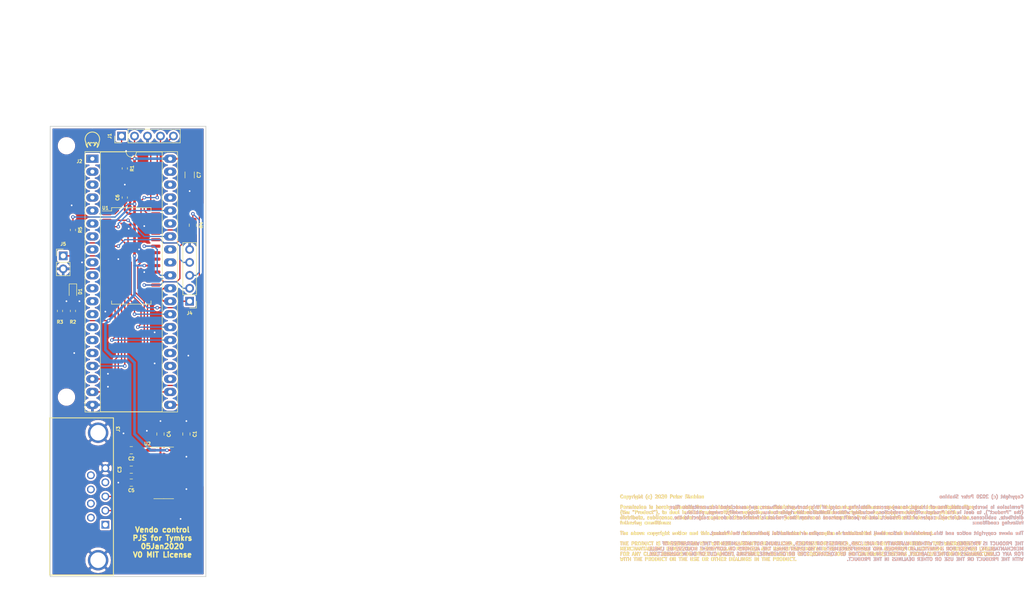
<source format=kicad_pcb>
(kicad_pcb (version 20171130) (host pcbnew "(5.1.5)-3")
  (title_block (title "Vendo control") (date 2020-01-05) (rev V0) (company Tymkrs))
  (layers (0 F.Cu signal) (31 B.Cu signal) (34 B.Paste user) (35 F.Paste user) (36 B.SilkS user) (37 F.SilkS user) (38 B.Mask user) (39 F.Mask user) (44 Edge.Cuts user))
  (net 0 "")
  (net 1 +5V)
  (net 2 GND)
  (net 3 "Net-(C2-Pad2)")
  (net 4 "Net-(C2-Pad1)")
  (net 5 "Net-(C3-Pad2)")
  (net 6 "Net-(C3-Pad1)")
  (net 7 "Net-(C4-Pad2)")
  (net 8 "Net-(C5-Pad2)")
  (net 9 "Net-(D1-Pad2)")
  (net 10 "Net-(D1-Pad1)")
  (net 11 "Net-(J1-Pad5)")
  (net 12 "Net-(J1-Pad4)")
  (net 13 "Net-(J1-Pad1)")
  (net 14 "Net-(J2-Pad39)")
  (net 15 Motor_CLK)
  (net 16 "Net-(J2-Pad38)")
  (net 17 Display_Motor_MOSI)
  (net 18 "Net-(J2-Pad37)")
  (net 19 Motor_OE)
  (net 20 Current_high)
  (net 21 "Net-(J2-Pad16)")
  (net 22 "Net-(J2-Pad35)")
  (net 23 "Net-(J2-Pad15)")
  (net 24 Current_low)
  (net 25 "Net-(J2-Pad14)")
  (net 26 "Net-(J2-Pad33)")
  (net 27 "Net-(J2-Pad13)")
  (net 28 "Net-(J2-Pad32)")
  (net 29 "Net-(J2-Pad12)")
  (net 30 Keypad_MISO)
  (net 31 "Net-(J2-Pad11)")
  (net 32 Dollar_mech_out)
  (net 33 "Net-(J2-Pad10)")
  (net 34 Dollar_mech_in)
  (net 35 "Net-(J2-Pad9)")
  (net 36 Motor_O2)
  (net 37 "Net-(J2-Pad8)")
  (net 38 Motor_O1)
  (net 39 "Net-(J2-Pad7)")
  (net 40 Display_CLK)
  (net 41 "Net-(J2-Pad6)")
  (net 42 "Net-(J2-Pad25)")
  (net 43 "Net-(J2-Pad5)")
  (net 44 "Net-(J2-Pad24)")
  (net 45 "Net-(J2-Pad4)")
  (net 46 "Net-(J2-Pad23)")
  (net 47 "Net-(J2-Pad3)")
  (net 48 Keypad_CS)
  (net 49 "Net-(J2-Pad2)")
  (net 50 Keypad_CLK)
  (net 51 "Net-(J2-Pad1)")
  (net 52 "Net-(J3-Pad1)")
  (net 53 "Net-(J3-Pad2)")
  (net 54 "Net-(J3-Pad3)")
  (net 55 "Net-(J3-Pad4)")
  (net 56 "Net-(J3-Pad6)")
  (net 57 "Net-(J3-Pad7)")
  (net 58 "Net-(J3-Pad8)")
  (net 59 "Net-(J3-Pad9)")
  (net 60 Drawer_switch)
  (net 61 IR_out)
  (net 62 IR_in)
  (net 63 PLC_solved)
  (net 64 "Net-(U1-Pad26)")
  (net 65 RX)
  (net 66 TX)
  (net 67 "Net-(U1-Pad10)")
  (net 68 "Net-(U2-Pad13)")
  (net 69 "Net-(U2-Pad12)")
  (net 70 "Net-(R4-Pad2)")
  (module Resistor_SMD:R_0603_1608Metric (layer F.Cu) (at 97.79 115.57 270)
    (fp_text reference R5 (at 0 -1.43 90) (layer F.SilkS) (effects (font (size 0.635 0.635))))
    (fp_text value 1k)
    (pad 2 smd roundrect (at 0.7875 0 270) (size 0.875 0.95) (layers F.Cu F.Paste F.Mask) (net 60 Drawer_switch))
    (pad 1 smd roundrect (at -0.7875 0 270) (size 0.875 0.95) (layers F.Cu F.Paste F.Mask) (net 1 +5V))
  )
  (module Resistor_SMD:R_0805_2012Metric (layer F.Cu) (at 121.285 114.632499 270)
    (fp_text reference R4 (at 0 -1.65 90) (layer F.SilkS) (effects (font (size 0.635 0.635))))
    (fp_text value "27 Ohn")
    (pad 2 smd roundrect (at 0.9375 0 270) (size 0.975 1.4) (layers F.Cu F.Paste F.Mask) (net 70 "Net-(R4-Pad2)"))
    (pad 1 smd roundrect (at -0.9375 0 270) (size 0.975 1.4) (layers F.Cu F.Paste F.Mask) (net 61 IR_out))
  )
  (module MountingHole:MountingHole_2.7mm_M2.5 (layer F.Cu) (at 96.52 148.336)
    (fp_text reference REF** hide)
    (fp_text value MountingHole_2.7mm_M2.5)
    (pad 1 np_thru_hole circle (at 0 0) (size 2.7 2.7) (drill 2.7) (layers *.Cu *.Mask))
  )
  (module MountingHole:MountingHole_2.7mm_M2.5 (layer F.Cu) (at 96.52 99.06)
    (fp_text reference REF** hide)
    (fp_text value MountingHole_2.7mm_M2.5)
    (pad 1 np_thru_hole circle (at 0 0) (size 2.7 2.7) (drill 2.7) (layers *.Cu *.Mask))
  )
  (module Capacitor_SMD:C_1206_3216Metric (layer F.Cu) (at 120.65 104.775 270)
    (fp_text reference C7 (at 0 -1.82 90) (layer F.SilkS) (effects (font (size 0.635 0.635))))
    (fp_text value 10uf)
    (pad 2 smd roundrect (at 1.4 0 270) (size 1.25 1.75) (layers F.Cu F.Paste F.Mask) (roundrect_rratio 0.2) (net 2 GND))
    (pad 1 smd roundrect (at -1.4 0 270) (size 1.25 1.75) (layers F.Cu F.Paste F.Mask) (roundrect_rratio 0.2) (net 1 +5V))
  )
  (module Package_SO:SOIC-16_3.9x9.9mm_P1.27mm (layer F.Cu) (at 115.57 163.195)
    (fp_text reference U2 (at -3.175 -5.715) (layer F.SilkS) (effects (font (size 0.635 0.635))))
    (fp_text value MAX232IDR)
    (pad 16 smd roundrect (at 2.475 -4.445) (size 1.95 0.6) (layers F.Cu F.Paste F.Mask) (net 1 +5V))
    (pad 15 smd roundrect (at 2.475 -3.175) (size 1.95 0.6) (layers F.Cu F.Paste F.Mask) (net 2 GND))
    (pad 14 smd roundrect (at 2.475 -1.905) (size 1.95 0.6) (layers F.Cu F.Paste F.Mask) (net 68 "Net-(U2-Pad13)"))
    (pad 13 smd roundrect (at 2.475 -0.635) (size 1.95 0.6) (layers F.Cu F.Paste F.Mask) (net 68 "Net-(U2-Pad13)"))
    (pad 12 smd roundrect (at 2.475 0.635) (size 1.95 0.6) (layers F.Cu F.Paste F.Mask) (net 69 "Net-(U2-Pad12)"))
    (pad 11 smd roundrect (at 2.475 1.905) (size 1.95 0.6) (layers F.Cu F.Paste F.Mask) (net 66 TX))
    (pad 10 smd roundrect (at 2.475 3.175) (size 1.95 0.6) (layers F.Cu F.Paste F.Mask) (net 2 GND))
    (pad 9 smd roundrect (at 2.475 4.445) (size 1.95 0.6) (layers F.Cu F.Paste F.Mask) (net 65 RX))
    (pad 8 smd roundrect (at -2.475 4.445) (size 1.95 0.6) (layers F.Cu F.Paste F.Mask) (net 54 "Net-(J3-Pad3)"))
    (pad 7 smd roundrect (at -2.475 3.175) (size 1.95 0.6) (layers F.Cu F.Paste F.Mask) (net 53 "Net-(J3-Pad2)"))
    (pad 6 smd roundrect (at -2.475 1.905) (size 1.95 0.6) (layers F.Cu F.Paste F.Mask) (net 8 "Net-(C5-Pad2)"))
    (pad 5 smd roundrect (at -2.475 0.635) (size 1.95 0.6) (layers F.Cu F.Paste F.Mask) (net 5 "Net-(C3-Pad2)"))
    (pad 4 smd roundrect (at -2.475 -0.635) (size 1.95 0.6) (layers F.Cu F.Paste F.Mask) (net 6 "Net-(C3-Pad1)"))
    (pad 3 smd roundrect (at -2.475 -1.905) (size 1.95 0.6) (layers F.Cu F.Paste F.Mask) (net 3 "Net-(C2-Pad2)"))
    (pad 2 smd roundrect (at -2.475 -3.175) (size 1.95 0.6) (layers F.Cu F.Paste F.Mask) (net 7 "Net-(C4-Pad2)"))
    (pad 1 smd roundrect (at -2.475 -4.445) (size 1.95 0.6) (layers F.Cu F.Paste F.Mask) (net 4 "Net-(C2-Pad1)"))
  )
  (module Package_SO:SOIC-28W_7.5x18.7mm_P1.27mm (layer F.Cu) (at 109.22 120.65)
    (fp_text reference U1 (at -5.08 -9.398) (layer F.SilkS) (effects (font (size 0.635 0.635))))
    (fp_text value PIC16F15355)
    (pad 28 smd roundrect (at 4.8 -8.255) (size 1.8 0.6) (layers F.Cu F.Paste F.Mask) (net 12 "Net-(J1-Pad4)"))
    (pad 27 smd roundrect (at 4.8 -6.985) (size 1.8 0.6) (layers F.Cu F.Paste F.Mask) (net 11 "Net-(J1-Pad5)"))
    (pad 26 smd roundrect (at 4.8 -5.715) (size 1.8 0.6) (layers F.Cu F.Paste F.Mask) (net 64 "Net-(U1-Pad26)"))
    (pad 25 smd roundrect (at 4.8 -4.445) (size 1.8 0.6) (layers F.Cu F.Paste F.Mask) (net 65 RX))
    (pad 24 smd roundrect (at 4.8 -3.175) (size 1.8 0.6) (layers F.Cu F.Paste F.Mask) (net 66 TX))
    (pad 23 smd roundrect (at 4.8 -1.905) (size 1.8 0.6) (layers F.Cu F.Paste F.Mask) (net 30 Keypad_MISO))
    (pad 22 smd roundrect (at 4.8 -0.635) (size 1.8 0.6) (layers F.Cu F.Paste F.Mask) (net 48 Keypad_CS))
    (pad 21 smd roundrect (at 4.8 0.635) (size 1.8 0.6) (layers F.Cu F.Paste F.Mask) (net 50 Keypad_CLK))
    (pad 20 smd roundrect (at 4.8 1.905) (size 1.8 0.6) (layers F.Cu F.Paste F.Mask) (net 1 +5V))
    (pad 19 smd roundrect (at 4.8 3.175) (size 1.8 0.6) (layers F.Cu F.Paste F.Mask) (net 2 GND))
    (pad 18 smd roundrect (at 4.8 4.445) (size 1.8 0.6) (layers F.Cu F.Paste F.Mask) (net 70 "Net-(R4-Pad2)"))
    (pad 17 smd roundrect (at 4.8 5.715) (size 1.8 0.6) (layers F.Cu F.Paste F.Mask) (net 62 IR_in))
    (pad 16 smd roundrect (at 4.8 6.985) (size 1.8 0.6) (layers F.Cu F.Paste F.Mask) (net 32 Dollar_mech_out))
    (pad 15 smd roundrect (at 4.8 8.255) (size 1.8 0.6) (layers F.Cu F.Paste F.Mask) (net 34 Dollar_mech_in))
    (pad 14 smd roundrect (at -4.8 8.255) (size 1.8 0.6) (layers F.Cu F.Paste F.Mask) (net 40 Display_CLK))
    (pad 13 smd roundrect (at -4.8 6.985) (size 1.8 0.6) (layers F.Cu F.Paste F.Mask) (net 17 Display_Motor_MOSI))
    (pad 12 smd roundrect (at -4.8 5.715) (size 1.8 0.6) (layers F.Cu F.Paste F.Mask) (net 15 Motor_CLK))
    (pad 11 smd roundrect (at -4.8 4.445) (size 1.8 0.6) (layers F.Cu F.Paste F.Mask) (net 19 Motor_OE))
    (pad 10 smd roundrect (at -4.8 3.175) (size 1.8 0.6) (layers F.Cu F.Paste F.Mask) (net 67 "Net-(U1-Pad10)"))
    (pad 9 smd roundrect (at -4.8 1.905) (size 1.8 0.6) (layers F.Cu F.Paste F.Mask) (net 10 "Net-(D1-Pad1)"))
    (pad 8 smd roundrect (at -4.8 0.635) (size 1.8 0.6) (layers F.Cu F.Paste F.Mask) (net 2 GND))
    (pad 7 smd roundrect (at -4.8 -0.635) (size 1.8 0.6) (layers F.Cu F.Paste F.Mask) (net 63 PLC_solved))
    (pad 6 smd roundrect (at -4.8 -1.905) (size 1.8 0.6) (layers F.Cu F.Paste F.Mask) (net 60 Drawer_switch))
    (pad 5 smd roundrect (at -4.8 -3.175) (size 1.8 0.6) (layers F.Cu F.Paste F.Mask) (net 36 Motor_O2))
    (pad 4 smd roundrect (at -4.8 -4.445) (size 1.8 0.6) (layers F.Cu F.Paste F.Mask) (net 38 Motor_O1))
    (pad 3 smd roundrect (at -4.8 -5.715) (size 1.8 0.6) (layers F.Cu F.Paste F.Mask) (net 20 Current_high))
    (pad 2 smd roundrect (at -4.8 -6.985) (size 1.8 0.6) (layers F.Cu F.Paste F.Mask) (net 24 Current_low))
    (pad 1 smd roundrect (at -4.8 -8.255) (size 1.8 0.6) (layers F.Cu F.Paste F.Mask) (net 13 "Net-(J1-Pad1)"))
  )
  (module Resistor_SMD:R_0603_1608Metric (layer F.Cu) (at 95.25 131.445 90)
    (fp_text reference R3 (at -2.159 0 180) (layer F.SilkS) (effects (font (size 0.635 0.635))))
    (fp_text value 1k)
    (pad 2 smd roundrect (at 0.7875 0 90) (size 0.875 0.95) (layers F.Cu F.Paste F.Mask) (net 63 PLC_solved))
    (pad 1 smd roundrect (at -0.7875 0 90) (size 0.875 0.95) (layers F.Cu F.Paste F.Mask) (net 1 +5V))
  )
  (module Resistor_SMD:R_0603_1608Metric (layer F.Cu) (at 97.79 131.445 90)
    (fp_text reference R2 (at -2.159 0 180) (layer F.SilkS) (effects (font (size 0.635 0.635))))
    (fp_text value 1k)
    (pad 2 smd roundrect (at 0.7875 0 90) (size 0.875 0.95) (layers F.Cu F.Paste F.Mask) (net 9 "Net-(D1-Pad2)"))
    (pad 1 smd roundrect (at -0.7875 0 90) (size 0.875 0.95) (layers F.Cu F.Paste F.Mask) (net 1 +5V))
  )
  (module Resistor_SMD:R_0603_1608Metric (layer F.Cu) (at 107.95 103.505 270)
    (fp_text reference R1 (at 0 -1.43 90) (layer F.SilkS) (effects (font (size 0.635 0.635))))
    (fp_text value 100k)
    (pad 2 smd roundrect (at 0.7875 0 270) (size 0.875 0.95) (layers F.Cu F.Paste F.Mask) (net 13 "Net-(J1-Pad1)"))
    (pad 1 smd roundrect (at -0.7875 0 270) (size 0.875 0.95) (layers F.Cu F.Paste F.Mask) (net 1 +5V))
  )
  (module Connector_PinHeader_2.54mm:PinHeader_1x02_P2.54mm_Vertical (layer F.Cu) (at 95.885 120.65)
    (fp_text reference J5 (at 0 -2.33) (layer F.SilkS) (effects (font (size 0.635 0.635))))
    (fp_text value PLC)
    (pad 2 thru_hole oval (at 0 2.54) (size 1.7 1.7) (drill 1) (layers *.Cu *.Mask) (net 2 GND))
    (pad 1 thru_hole rect (at 0 0) (size 1.7 1.7) (drill 1) (layers *.Cu *.Mask) (net 63 PLC_solved))
  )
  (module Connector_PinHeader_2.54mm:PinHeader_1x05_P2.54mm_Vertical (layer F.Cu) (at 120.65 129.54 180)
    (fp_text reference J4 (at 0 -2.33) (layer F.SilkS) (effects (font (size 0.635 0.635))))
    (fp_text value Badge_Drawer)
    (pad 5 thru_hole oval (at 0 10.16 180) (size 1.7 1.7) (drill 1) (layers *.Cu *.Mask) (net 2 GND))
    (pad 4 thru_hole oval (at 0 7.62 180) (size 1.7 1.7) (drill 1) (layers *.Cu *.Mask) (net 60 Drawer_switch))
    (pad 3 thru_hole oval (at 0 5.08 180) (size 1.7 1.7) (drill 1) (layers *.Cu *.Mask) (net 61 IR_out))
    (pad 2 thru_hole oval (at 0 2.54 180) (size 1.7 1.7) (drill 1) (layers *.Cu *.Mask) (net 62 IR_in))
    (pad 1 thru_hole rect (at 0 0 180) (size 1.7 1.7) (drill 1) (layers *.Cu *.Mask) (net 1 +5V))
  )
  (module PJS-pth-parts:ASSMANN_dsub-9F_RA_AE10921-ND (layer F.Cu) (at 104.14 173.355 270)
    (fp_text reference J3 (at -18.75 -2.5 90) (layer F.SilkS) (effects (font (size 0.635 0.635))))
    (fp_text value AE10921-ND)
    (pad 1 thru_hole rect (at 0 0 270) (size 1.524 1.524) (drill 1) (layers *.Cu *.Mask) (net 52 "Net-(J3-Pad1)"))
    (pad 2 thru_hole circle (at -2.77 0 270) (size 1.524 1.524) (drill 1) (layers *.Cu *.Mask) (net 53 "Net-(J3-Pad2)"))
    (pad 3 thru_hole circle (at -5.54 0 270) (size 1.524 1.524) (drill 1) (layers *.Cu *.Mask) (net 54 "Net-(J3-Pad3)"))
    (pad 4 thru_hole circle (at -8.31 0 270) (size 1.524 1.524) (drill 1) (layers *.Cu *.Mask) (net 55 "Net-(J3-Pad4)"))
    (pad 5 thru_hole circle (at -11.08 0 270) (size 1.524 1.524) (drill 1) (layers *.Cu *.Mask) (net 2 GND))
    (pad 6 thru_hole circle (at -1.385 2.84 270) (size 1.524 1.524) (drill 1) (layers *.Cu *.Mask) (net 56 "Net-(J3-Pad6)"))
    (pad 7 thru_hole circle (at -4.155 2.84 270) (size 1.524 1.524) (drill 1) (layers *.Cu *.Mask) (net 57 "Net-(J3-Pad7)"))
    (pad 8 thru_hole circle (at -6.925 2.84 270) (size 1.524 1.524) (drill 1) (layers *.Cu *.Mask) (net 58 "Net-(J3-Pad8)"))
    (pad 9 thru_hole circle (at -9.695 2.84 270) (size 1.524 1.524) (drill 1) (layers *.Cu *.Mask) (net 59 "Net-(J3-Pad9)"))
    (pad s thru_hole circle (at 6.955 1.42 270) (size 4 4) (drill 3.05) (layers *.Cu *.Mask) (net 2 GND))
    (pad s thru_hole circle (at -18.035 1.42 270) (size 4 4) (drill 3.05) (layers *.Cu *.Mask) (net 2 GND))
  )
  (module Package_DIP:DIP-40_W15.24mm_Socket_LongPads (layer F.Cu) (at 101.6 101.6)
    (fp_text reference J2 (at -2.54 0.508) (layer F.SilkS) (effects (font (size 0.635 0.635))))
    (fp_text value "Vendo Processor Socket")
    (pad 40 thru_hole oval (at 15.24 0) (size 2.4 1.6) (drill 0.8) (layers *.Cu *.Mask) (net 1 +5V))
    (pad 20 thru_hole oval (at 0 48.26) (size 2.4 1.6) (drill 0.8) (layers *.Cu *.Mask) (net 2 GND))
    (pad 39 thru_hole oval (at 15.24 2.54) (size 2.4 1.6) (drill 0.8) (layers *.Cu *.Mask) (net 14 "Net-(J2-Pad39)"))
    (pad 19 thru_hole oval (at 0 45.72) (size 2.4 1.6) (drill 0.8) (layers *.Cu *.Mask) (net 15 Motor_CLK))
    (pad 38 thru_hole oval (at 15.24 5.08) (size 2.4 1.6) (drill 0.8) (layers *.Cu *.Mask) (net 16 "Net-(J2-Pad38)"))
    (pad 18 thru_hole oval (at 0 43.18) (size 2.4 1.6) (drill 0.8) (layers *.Cu *.Mask) (net 17 Display_Motor_MOSI))
    (pad 37 thru_hole oval (at 15.24 7.62) (size 2.4 1.6) (drill 0.8) (layers *.Cu *.Mask) (net 18 "Net-(J2-Pad37)"))
    (pad 17 thru_hole oval (at 0 40.64) (size 2.4 1.6) (drill 0.8) (layers *.Cu *.Mask) (net 19 Motor_OE))
    (pad 36 thru_hole oval (at 15.24 10.16) (size 2.4 1.6) (drill 0.8) (layers *.Cu *.Mask) (net 20 Current_high))
    (pad 16 thru_hole oval (at 0 38.1) (size 2.4 1.6) (drill 0.8) (layers *.Cu *.Mask) (net 21 "Net-(J2-Pad16)"))
    (pad 35 thru_hole oval (at 15.24 12.7) (size 2.4 1.6) (drill 0.8) (layers *.Cu *.Mask) (net 22 "Net-(J2-Pad35)"))
    (pad 15 thru_hole oval (at 0 35.56) (size 2.4 1.6) (drill 0.8) (layers *.Cu *.Mask) (net 23 "Net-(J2-Pad15)"))
    (pad 34 thru_hole oval (at 15.24 15.24) (size 2.4 1.6) (drill 0.8) (layers *.Cu *.Mask) (net 24 Current_low))
    (pad 14 thru_hole oval (at 0 33.02) (size 2.4 1.6) (drill 0.8) (layers *.Cu *.Mask) (net 25 "Net-(J2-Pad14)"))
    (pad 33 thru_hole oval (at 15.24 17.78) (size 2.4 1.6) (drill 0.8) (layers *.Cu *.Mask) (net 26 "Net-(J2-Pad33)"))
    (pad 13 thru_hole oval (at 0 30.48) (size 2.4 1.6) (drill 0.8) (layers *.Cu *.Mask) (net 27 "Net-(J2-Pad13)"))
    (pad 32 thru_hole oval (at 15.24 20.32) (size 2.4 1.6) (drill 0.8) (layers *.Cu *.Mask) (net 28 "Net-(J2-Pad32)"))
    (pad 12 thru_hole oval (at 0 27.94) (size 2.4 1.6) (drill 0.8) (layers *.Cu *.Mask) (net 29 "Net-(J2-Pad12)"))
    (pad 31 thru_hole oval (at 15.24 22.86) (size 2.4 1.6) (drill 0.8) (layers *.Cu *.Mask) (net 30 Keypad_MISO))
    (pad 11 thru_hole oval (at 0 25.4) (size 2.4 1.6) (drill 0.8) (layers *.Cu *.Mask) (net 31 "Net-(J2-Pad11)"))
    (pad 30 thru_hole oval (at 15.24 25.4) (size 2.4 1.6) (drill 0.8) (layers *.Cu *.Mask) (net 32 Dollar_mech_out))
    (pad 10 thru_hole oval (at 0 22.86) (size 2.4 1.6) (drill 0.8) (layers *.Cu *.Mask) (net 33 "Net-(J2-Pad10)"))
    (pad 29 thru_hole oval (at 15.24 27.94) (size 2.4 1.6) (drill 0.8) (layers *.Cu *.Mask) (net 34 Dollar_mech_in))
    (pad 9 thru_hole oval (at 0 20.32) (size 2.4 1.6) (drill 0.8) (layers *.Cu *.Mask) (net 35 "Net-(J2-Pad9)"))
    (pad 28 thru_hole oval (at 15.24 30.48) (size 2.4 1.6) (drill 0.8) (layers *.Cu *.Mask) (net 36 Motor_O2))
    (pad 8 thru_hole oval (at 0 17.78) (size 2.4 1.6) (drill 0.8) (layers *.Cu *.Mask) (net 37 "Net-(J2-Pad8)"))
    (pad 27 thru_hole oval (at 15.24 33.02) (size 2.4 1.6) (drill 0.8) (layers *.Cu *.Mask) (net 38 Motor_O1))
    (pad 7 thru_hole oval (at 0 15.24) (size 2.4 1.6) (drill 0.8) (layers *.Cu *.Mask) (net 39 "Net-(J2-Pad7)"))
    (pad 26 thru_hole oval (at 15.24 35.56) (size 2.4 1.6) (drill 0.8) (layers *.Cu *.Mask) (net 40 Display_CLK))
    (pad 6 thru_hole oval (at 0 12.7) (size 2.4 1.6) (drill 0.8) (layers *.Cu *.Mask) (net 41 "Net-(J2-Pad6)"))
    (pad 25 thru_hole oval (at 15.24 38.1) (size 2.4 1.6) (drill 0.8) (layers *.Cu *.Mask) (net 42 "Net-(J2-Pad25)"))
    (pad 5 thru_hole oval (at 0 10.16) (size 2.4 1.6) (drill 0.8) (layers *.Cu *.Mask) (net 43 "Net-(J2-Pad5)"))
    (pad 24 thru_hole oval (at 15.24 40.64) (size 2.4 1.6) (drill 0.8) (layers *.Cu *.Mask) (net 44 "Net-(J2-Pad24)"))
    (pad 4 thru_hole oval (at 0 7.62) (size 2.4 1.6) (drill 0.8) (layers *.Cu *.Mask) (net 45 "Net-(J2-Pad4)"))
    (pad 23 thru_hole oval (at 15.24 43.18) (size 2.4 1.6) (drill 0.8) (layers *.Cu *.Mask) (net 46 "Net-(J2-Pad23)"))
    (pad 3 thru_hole oval (at 0 5.08) (size 2.4 1.6) (drill 0.8) (layers *.Cu *.Mask) (net 47 "Net-(J2-Pad3)"))
    (pad 22 thru_hole oval (at 15.24 45.72) (size 2.4 1.6) (drill 0.8) (layers *.Cu *.Mask) (net 48 Keypad_CS))
    (pad 2 thru_hole oval (at 0 2.54) (size 2.4 1.6) (drill 0.8) (layers *.Cu *.Mask) (net 49 "Net-(J2-Pad2)"))
    (pad 21 thru_hole oval (at 15.24 48.26) (size 2.4 1.6) (drill 0.8) (layers *.Cu *.Mask) (net 50 Keypad_CLK))
    (pad 1 thru_hole rect (at 0 0) (size 2.4 1.6) (drill 0.8) (layers *.Cu *.Mask) (net 51 "Net-(J2-Pad1)"))
  )
  (module Connector_PinHeader_2.54mm:PinHeader_1x05_P2.54mm_Vertical (layer F.Cu) (at 107.315 97.155 90)
    (fp_text reference J1 (at 0 -2.33 90) (layer F.SilkS) (effects (font (size 0.635 0.635))))
    (fp_text value PicKit)
    (pad 5 thru_hole oval (at 0 10.16 90) (size 1.7 1.7) (drill 1) (layers *.Cu *.Mask) (net 11 "Net-(J1-Pad5)"))
    (pad 4 thru_hole oval (at 0 7.62 90) (size 1.7 1.7) (drill 1) (layers *.Cu *.Mask) (net 12 "Net-(J1-Pad4)"))
    (pad 3 thru_hole oval (at 0 5.08 90) (size 1.7 1.7) (drill 1) (layers *.Cu *.Mask) (net 2 GND))
    (pad 2 thru_hole oval (at 0 2.54 90) (size 1.7 1.7) (drill 1) (layers *.Cu *.Mask) (net 1 +5V))
    (pad 1 thru_hole rect (at 0 0 90) (size 1.7 1.7) (drill 1) (layers *.Cu *.Mask) (net 13 "Net-(J1-Pad1)"))
  )
  (module PJS-icons:metroid (layer F.Cu) (at 101.6 97.79)
    (fp_text reference icon1 hide)
    (fp_text value Metroid hide)
    (fp_arc (start -1.1684 0.0254) (end -1.27 -0.4064) (angle 90) (layer F.Cu) (width 0.1778))
    (fp_arc (start 0.2286 -0.8382) (end 0 -0.8636) (angle 90) (layer F.Cu) (width 0.1778))
    (fp_arc (start 0.254 -1.3208) (end 0.508 -1.3208) (angle 90) (layer F.Cu) (width 0.1778))
    (fp_arc (start -0.038519 0.727991) (end 1.27 0.635) (angle 45) (layer F.Cu) (width 0.1778))
    (fp_arc (start 0.47625 1.11125) (end 0.79375 0.635) (angle 90) (layer F.Cu) (width 0.1778))
    (fp_line (start 0.9525 1.5875) (end 0.9525 1.42875) (layer F.Cu) (width 0.1778))
    (fp_line (start 0.79375 0.635) (end 0.635 0.635) (layer F.Cu) (width 0.1778))
    (fp_arc (start 0.15748 0.79375) (end 0.635 0.635) (angle 90) (layer F.Cu) (width 0.1778))
    (fp_arc (start 0 0.9525) (end 0.3175 0.635) (angle 90) (layer F.Cu) (width 0.1778))
    (fp_arc (start 0 -0.317497) (end 0.3175 0.635) (angle 36.9) (layer F.Cu) (width 0.1778))
    (fp_arc (start 0 0.9525) (end -0.3175 0.635) (angle -90) (layer F.Cu) (width 0.1778))
    (fp_arc (start -0.15748 0.79375) (end -0.635 0.635) (angle -90) (layer F.Cu) (width 0.1778))
    (fp_line (start -0.79375 0.635) (end -0.635 0.635) (layer F.Cu) (width 0.1778))
    (fp_line (start -0.9525 1.5875) (end -0.9525 1.42875) (layer F.Cu) (width 0.1778))
    (fp_arc (start -0.47625 1.11125) (end -0.79375 0.635) (angle -90) (layer F.Cu) (width 0.1778))
    (fp_arc (start 0.038519 0.727991) (end -1.27 0.635) (angle -45) (layer F.Cu) (width 0.1778))
    (fp_arc (start 0 0) (end -1.27 0.635) (angle 233.1) (layer F.Cu) (width 0.1778))
    (fp_arc (start 0.839684 -0.269991) (end 1.1176 -0.0762) (angle 92.3) (layer F.Cu) (width 0.1778))
    (fp_arc (start 1.260669 0.027866) (end 1.1176 -0.0762) (angle 82.9) (layer F.Cu) (width 0.1778))
    (pad "" smd circle (at 0 -0.635) (size 0.635 0.635) (layers F.Cu F.Paste F.Mask))
    (pad "" smd circle (at 0.635 0) (size 0.635 0.635) (layers F.Cu F.Paste F.Mask))
    (pad "" smd circle (at -0.635 0) (size 0.635 0.635) (layers F.Cu F.Paste F.Mask))
  )
  (module LED_SMD:LED_0603_1608Metric (layer F.Cu) (at 97.79 127.635 270)
    (fp_text reference D1 (at 0 -1.43 90) (layer F.SilkS) (effects (font (size 0.635 0.635))))
    (fp_text value Red)
    (pad 2 smd roundrect (at 0.7875 0 270) (size 0.875 0.95) (layers F.Cu F.Paste F.Mask) (net 9 "Net-(D1-Pad2)"))
    (pad 1 smd roundrect (at -0.7875 0 270) (size 0.875 0.95) (layers F.Cu F.Paste F.Mask) (net 10 "Net-(D1-Pad1)"))
  )
  (module Capacitor_SMD:C_0603_1608Metric (layer F.Cu) (at 107.95 109.22 90)
    (fp_text reference C6 (at 0 -1.43 90) (layer F.SilkS) (effects (font (size 0.635 0.635))))
    (fp_text value 0.1uF)
    (pad 2 smd roundrect (at 0.7875 0 90) (size 0.875 0.95) (layers F.Cu F.Paste F.Mask) (net 2 GND))
    (pad 1 smd roundrect (at -0.7875 0 90) (size 0.875 0.95) (layers F.Cu F.Paste F.Mask) (net 1 +5V))
  )
  (module Capacitor_SMD:C_0805_2012Metric (layer F.Cu) (at 109.22 165.1)
    (fp_text reference C5 (at 0 1.524) (layer F.SilkS) (effects (font (size 0.635 0.635))))
    (fp_text value 1uF)
    (pad 2 smd roundrect (at 0.9375 0) (size 0.975 1.4) (layers F.Cu F.Paste F.Mask) (net 8 "Net-(C5-Pad2)"))
    (pad 1 smd roundrect (at -0.9375 0) (size 0.975 1.4) (layers F.Cu F.Paste F.Mask) (net 2 GND))
  )
  (module Capacitor_SMD:C_0805_2012Metric (layer F.Cu) (at 114.935 155.575 270)
    (fp_text reference C4 (at 0 -1.65 90) (layer F.SilkS) (effects (font (size 0.635 0.635))))
    (fp_text value 1uF)
    (pad 2 smd roundrect (at 0.9375 0 270) (size 0.975 1.4) (layers F.Cu F.Paste F.Mask) (net 7 "Net-(C4-Pad2)"))
    (pad 1 smd roundrect (at -0.9375 0 270) (size 0.975 1.4) (layers F.Cu F.Paste F.Mask) (net 2 GND))
  )
  (module Capacitor_SMD:C_0805_2012Metric (layer F.Cu) (at 109.22 162.56 180)
    (fp_text reference C3 (at 2.286 0 90) (layer F.SilkS) (effects (font (size 0.635 0.635))))
    (fp_text value 1uF)
    (pad 2 smd roundrect (at 0.9375 0 180) (size 0.975 1.4) (layers F.Cu F.Paste F.Mask) (net 5 "Net-(C3-Pad2)"))
    (pad 1 smd roundrect (at -0.9375 0 180) (size 0.975 1.4) (layers F.Cu F.Paste F.Mask) (net 6 "Net-(C3-Pad1)"))
  )
  (module Capacitor_SMD:C_0805_2012Metric (layer F.Cu) (at 109.22 158.75 180)
    (fp_text reference C2 (at 0 -1.65) (layer F.SilkS) (effects (font (size 0.635 0.635))))
    (fp_text value 1uF)
    (pad 2 smd roundrect (at 0.9375 0 180) (size 0.975 1.4) (layers F.Cu F.Paste F.Mask) (net 3 "Net-(C2-Pad2)"))
    (pad 1 smd roundrect (at -0.9375 0 180) (size 0.975 1.4) (layers F.Cu F.Paste F.Mask) (net 4 "Net-(C2-Pad1)"))
  )
  (module Capacitor_SMD:C_0805_2012Metric (layer F.Cu) (at 120.015 155.575 270)
    (fp_text reference C1 (at 0 -1.65 90) (layer F.SilkS) (effects (font (size 0.635 0.635))))
    (fp_text value 1uF)
    (pad 2 smd roundrect (at 0.9375 0 270) (size 0.975 1.4) (layers F.Cu F.Paste F.Mask) (net 1 +5V))
    (pad 1 smd roundrect (at -0.9375 0 270) (size 0.975 1.4) (layers F.Cu F.Paste F.Mask) (net 2 GND))
  )
  (gr_text "Copyright (c) 2020 Peter Shabino\n\nPermission is hereby granted, free of charge, to any person obtaining a copy of this hardware, software, and associated documentation files \n(the \"Product\"), to deal in the Product without restriction, including without limitation the rights to use, copy, modify, merge, publish, \ndistribute, sublicense, and/or sell copies of the Product, and to permit persons to whom the Product is furnished to do so, subject to the \nfollowing conditions:\n\nThe above copyright notice and this permission notice shall be included in all copies or substantial portions of the Product.\n\nTHE PRODUCT IS PROVIDED \"AS IS\", WITHOUT WARRANTY OF ANY KIND, EXPRESS OR IMPLIED, INCLUDING BUT NOT LIMITED TO THE WARRANTIES OF \nMERCHANTABILITY, FITNESS FOR A PARTICULAR PURPOSE AND NONINFRINGEMENT. IN NO EVENT SHALL THE AUTHORS OR COPYRIGHT HOLDERS BE LIABLE \nFOR ANY CLAIM, DAMAGES OR OTHER LIABILITY, WHETHER IN AN ACTION OF CONTRACT, TORT OR OTHERWISE, ARISING FROM, OUT OF OR IN CONNECTION \nWITH THE PRODUCT OR THE USE OR OTHER DEALINGS IN THE PRODUCT.\n\n\n\n" (at 284.099 175.514) (layer B.Cu) (effects (font (size 0.635 0.635) (thickness 0.15875)) (justify left mirror)))
  (gr_text "Copyright (c) 2020 Peter Shabino\n\nPermission is hereby granted, free of charge, to any person obtaining a copy of this hardware, software, and associated documentation files \n(the \"Product\"), to deal in the Product without restriction, including without limitation the rights to use, copy, modify, merge, publish, \ndistribute, sublicense, and/or sell copies of the Product, and to permit persons to whom the Product is furnished to do so, subject to the \nfollowing conditions:\n\nThe above copyright notice and this permission notice shall be included in all copies or substantial portions of the Product.\n\nTHE PRODUCT IS PROVIDED \"AS IS\", WITHOUT WARRANTY OF ANY KIND, EXPRESS OR IMPLIED, INCLUDING BUT NOT LIMITED TO THE WARRANTIES OF \nMERCHANTABILITY, FITNESS FOR A PARTICULAR PURPOSE AND NONINFRINGEMENT. IN NO EVENT SHALL THE AUTHORS OR COPYRIGHT HOLDERS BE LIABLE \nFOR ANY CLAIM, DAMAGES OR OTHER LIABILITY, WHETHER IN AN ACTION OF CONTRACT, TORT OR OTHERWISE, ARISING FROM, OUT OF OR IN CONNECTION \nWITH THE PRODUCT OR THE USE OR OTHER DEALINGS IN THE PRODUCT.\n\n\n\n" (at 284.099 175.514) (layer B.SilkS) (effects (font (size 0.635 0.635) (thickness 0.15875)) (justify left mirror)))
  (gr_text "Copyright (c) 2020 Peter Shabino\n\nPermission is hereby granted, free of charge, to any person obtaining a copy of this hardware, software, and associated documentation files \n(the \"Product\"), to deal in the Product without restriction, including without limitation the rights to use, copy, modify, merge, publish, \ndistribute, sublicense, and/or sell copies of the Product, and to permit persons to whom the Product is furnished to do so, subject to the \nfollowing conditions:\n\nThe above copyright notice and this permission notice shall be included in all copies or substantial portions of the Product.\n\nTHE PRODUCT IS PROVIDED \"AS IS\", WITHOUT WARRANTY OF ANY KIND, EXPRESS OR IMPLIED, INCLUDING BUT NOT LIMITED TO THE WARRANTIES OF \nMERCHANTABILITY, FITNESS FOR A PARTICULAR PURPOSE AND NONINFRINGEMENT. IN NO EVENT SHALL THE AUTHORS OR COPYRIGHT HOLDERS BE LIABLE \nFOR ANY CLAIM, DAMAGES OR OTHER LIABILITY, WHETHER IN AN ACTION OF CONTRACT, TORT OR OTHERWISE, ARISING FROM, OUT OF OR IN CONNECTION \nWITH THE PRODUCT OR THE USE OR OTHER DEALINGS IN THE PRODUCT.\n\n\n\n" (at 204.851 175.514) (layer F.SilkS) (effects (font (size 0.635 0.635) (thickness 0.15875)) (justify left)))
  (gr_text "Copyright (c) 2020 Peter Shabino\n\nPermission is hereby granted, free of charge, to any person obtaining a copy of this hardware, software, and associated documentation files \n(the \"Product\"), to deal in the Product without restriction, including without limitation the rights to use, copy, modify, merge, publish, \ndistribute, sublicense, and/or sell copies of the Product, and to permit persons to whom the Product is furnished to do so, subject to the \nfollowing conditions:\n\nThe above copyright notice and this permission notice shall be included in all copies or substantial portions of the Product.\n\nTHE PRODUCT IS PROVIDED \"AS IS\", WITHOUT WARRANTY OF ANY KIND, EXPRESS OR IMPLIED, INCLUDING BUT NOT LIMITED TO THE WARRANTIES OF \nMERCHANTABILITY, FITNESS FOR A PARTICULAR PURPOSE AND NONINFRINGEMENT. IN NO EVENT SHALL THE AUTHORS OR COPYRIGHT HOLDERS BE LIABLE \nFOR ANY CLAIM, DAMAGES OR OTHER LIABILITY, WHETHER IN AN ACTION OF CONTRACT, TORT OR OTHERWISE, ARISING FROM, OUT OF OR IN CONNECTION \nWITH THE PRODUCT OR THE USE OR OTHER DEALINGS IN THE PRODUCT.\n\n\n\n" (at 204.851 175.514) (layer F.Cu) (effects (font (size 0.635 0.635) (thickness 0.15875)) (justify left)))
  (gr_text "Vendo control\nPJS for Tymkrs\n05Jan2020\nV0 MIT License" (at 115.316 176.784) (layer F.SilkS) (effects (font (size 1.016 1.016) (thickness 0.254))))
  (gr_line (start 93.345 183.515) (end 93.345 95.25) (layer Edge.Cuts) (width 0.15))
  (gr_line (start 123.825 183.515) (end 93.345 183.515) (layer Edge.Cuts) (width 0.15))
  (gr_line (start 123.825 95.25) (end 123.825 183.515) (layer Edge.Cuts) (width 0.15))
  (gr_line (start 93.345 95.25) (end 123.825 95.25) (layer Edge.Cuts) (width 0.15))
  (via (at 111.76 122.555) (size 0.69) (drill 0.3302) (layers F.Cu B.Cu) (net 1))
  (segment (start 114.02 122.555) (end 111.76 122.555) (width 0.381) (layer F.Cu) (net 1))
  (via (at 109.855 120.65) (size 0.69) (drill 0.3302) (layers F.Cu B.Cu) (net 1))
  (via (at 109.855 101.6) (size 0.69) (drill 0.3302) (layers F.Cu B.Cu) (net 1))
  (segment (start 109.855 101.6) (end 109.855 97.155) (width 0.254) (layer F.Cu) (net 1))
  (segment (start 107.95 110.0075) (end 107.95 111.76) (width 0.381) (layer F.Cu) (net 1))
  (segment (start 107.95 111.76) (end 108.585 112.395) (width 0.381) (layer F.Cu) (net 1))
  (segment (start 108.585 112.395) (end 109.855 112.395) (width 0.381) (layer F.Cu) (net 1))
  (segment (start 116.84 101.6) (end 120.015 101.6) (width 0.381) (layer F.Cu) (net 1))
  (segment (start 120.65 102.235) (end 120.65 103.375) (width 0.381) (layer F.Cu) (net 1))
  (segment (start 120.015 101.6) (end 120.65 102.235) (width 0.381) (layer F.Cu) (net 1))
  (segment (start 95.25 132.2325) (end 95.25 132.715) (width 0.254) (layer F.Cu) (net 1))
  (via (at 104.775 133.35) (size 0.69) (drill 0.3302) (layers F.Cu B.Cu) (net 1))
  (segment (start 95.25 132.715) (end 95.885 133.35) (width 0.254) (layer F.Cu) (net 1))
  (segment (start 97.79 132.2325) (end 97.79 133.35) (width 0.254) (layer F.Cu) (net 1))
  (segment (start 95.885 133.35) (end 97.79 133.35) (width 0.254) (layer F.Cu) (net 1))
  (segment (start 97.79 133.35) (end 104.775 133.35) (width 0.254) (layer F.Cu) (net 1))
  (segment (start 111.76 122.555) (end 109.855 122.555) (width 0.381) (layer B.Cu) (net 1))
  (segment (start 116.84 101.6) (end 109.855 101.6) (width 0.508) (layer B.Cu) (net 1))
  (segment (start 109.855 120.65) (end 109.855 122.555) (width 0.508) (layer B.Cu) (net 1))
  (segment (start 109.855 122.555) (end 109.855 128.27) (width 0.508) (layer B.Cu) (net 1))
  (segment (start 109.855 128.27) (end 104.775 133.35) (width 0.508) (layer B.Cu) (net 1))
  (segment (start 104.775 133.35) (end 104.14 133.985) (width 0.508) (layer B.Cu) (net 1))
  (segment (start 104.14 133.985) (end 104.14 139.065) (width 0.508) (layer B.Cu) (net 1))
  (segment (start 104.14 139.065) (end 105.41 140.335) (width 0.508) (layer B.Cu) (net 1))
  (segment (start 105.41 140.335) (end 108.585 140.335) (width 0.508) (layer B.Cu) (net 1))
  (segment (start 108.585 140.335) (end 109.855 141.605) (width 0.508) (layer B.Cu) (net 1))
  (segment (start 109.855 141.605) (end 109.855 152.4) (width 0.508) (layer B.Cu) (net 1))
  (via (at 114.3 130.81) (size 0.69) (drill 0.3302) (layers F.Cu B.Cu) (net 1))
  (segment (start 112.395 130.81) (end 109.855 128.27) (width 0.254) (layer B.Cu) (net 1))
  (segment (start 114.3 130.81) (end 112.395 130.81) (width 0.254) (layer B.Cu) (net 1))
  (segment (start 109.855 101.6) (end 108.585 101.6) (width 0.254) (layer F.Cu) (net 1))
  (segment (start 107.95 102.235) (end 107.95 102.7175) (width 0.254) (layer F.Cu) (net 1))
  (segment (start 108.585 101.6) (end 107.95 102.235) (width 0.254) (layer F.Cu) (net 1))
  (segment (start 118.045 158.75) (end 119.38 158.75) (width 0.381) (layer F.Cu) (net 1))
  (segment (start 120.015 158.115) (end 120.015 156.5125) (width 0.381) (layer F.Cu) (net 1))
  (segment (start 119.38 158.75) (end 120.015 158.115) (width 0.381) (layer F.Cu) (net 1))
  (segment (start 109.855 152.4) (end 109.855 155.575) (width 0.508) (layer B.Cu) (net 1))
  (via (at 116.205 158.75) (size 0.69) (drill 0.3302) (layers F.Cu B.Cu) (net 1))
  (segment (start 109.855 155.575) (end 113.03 158.75) (width 0.508) (layer B.Cu) (net 1))
  (segment (start 113.03 158.75) (end 116.205 158.75) (width 0.508) (layer B.Cu) (net 1))
  (segment (start 116.205 158.75) (end 118.045 158.75) (width 0.381) (layer F.Cu) (net 1))
  (segment (start 114.3 130.81) (end 118.11 130.81) (width 0.254) (layer F.Cu) (net 1))
  (segment (start 118.11 130.81) (end 119.38 129.54) (width 0.254) (layer F.Cu) (net 1))
  (segment (start 119.38 129.54) (end 120.65 129.54) (width 0.254) (layer F.Cu) (net 1))
  (via (at 97.79 113.03) (size 0.69) (drill 0.3302) (layers F.Cu B.Cu) (net 1))
  (segment (start 97.79 114.7825) (end 97.79 113.03) (width 0.254) (layer F.Cu) (net 1))
  (segment (start 109.855 110.49) (end 109.855 120.65) (width 0.508) (layer F.Cu) (net 1))
  (segment (start 109.855 101.6) (end 109.855 110.49) (width 0.508) (layer F.Cu) (net 1))
  (via (at 109.855 110.49) (size 0.69) (drill 0.3302) (layers F.Cu B.Cu) (net 1))
  (segment (start 106.045 113.03) (end 108.585 110.49) (width 0.254) (layer B.Cu) (net 1))
  (segment (start 108.585 110.49) (end 109.855 110.49) (width 0.254) (layer B.Cu) (net 1))
  (segment (start 97.79 113.03) (end 106.045 113.03) (width 0.254) (layer B.Cu) (net 1))
  (via (at 106.68 121.285) (size 0.69) (drill 0.3302) (layers F.Cu B.Cu) (net 2))
  (via (at 111.76 123.825) (size 0.69) (drill 0.3302) (layers F.Cu B.Cu) (net 2))
  (segment (start 104.42 121.285) (end 106.68 121.285) (width 0.381) (layer F.Cu) (net 2))
  (segment (start 114.02 123.825) (end 111.76 123.825) (width 0.381) (layer F.Cu) (net 2))
  (via (at 107.95 106.68) (size 0.69) (drill 0.3302) (layers F.Cu B.Cu) (net 2))
  (segment (start 107.95 108.4325) (end 107.95 106.68) (width 0.381) (layer F.Cu) (net 2))
  (via (at 120.65 107.95) (size 0.69) (drill 0.3302) (layers F.Cu B.Cu) (net 2))
  (segment (start 120.65 106.175) (end 120.65 107.95) (width 0.381) (layer F.Cu) (net 2))
  (via (at 120.015 166.37) (size 0.69) (drill 0.3302) (layers F.Cu B.Cu) (net 2))
  (segment (start 118.045 166.37) (end 120.015 166.37) (width 0.254) (layer F.Cu) (net 2))
  (via (at 106.68 165.1) (size 0.69) (drill 0.3302) (layers F.Cu B.Cu) (net 2))
  (segment (start 108.2825 165.1) (end 106.68 165.1) (width 0.381) (layer F.Cu) (net 2))
  (via (at 114.935 153.035) (size 0.69) (drill 0.3302) (layers F.Cu B.Cu) (net 2))
  (segment (start 114.935 154.6375) (end 114.935 153.035) (width 0.381) (layer F.Cu) (net 2))
  (via (at 120.015 153.035) (size 0.69) (drill 0.3302) (layers F.Cu B.Cu) (net 2))
  (segment (start 120.015 154.6375) (end 120.015 153.035) (width 0.381) (layer F.Cu) (net 2))
  (via (at 120.015 160.02) (size 0.69) (drill 0.3302) (layers F.Cu B.Cu) (net 2))
  (segment (start 118.045 160.02) (end 120.015 160.02) (width 0.381) (layer F.Cu) (net 2))
  (via (at 113.792 141.732) (size 0.69) (drill 0.3302) (layers F.Cu B.Cu) (net 2))
  (via (at 113.792 135.636) (size 0.69) (drill 0.3302) (layers F.Cu B.Cu) (net 2))
  (via (at 104.648 143.764) (size 0.69) (drill 0.3302) (layers F.Cu B.Cu) (net 2))
  (via (at 104.648 146.304) (size 0.69) (drill 0.3302) (layers F.Cu B.Cu) (net 2))
  (via (at 104.14 131.572) (size 0.69) (drill 0.3302) (layers F.Cu B.Cu) (net 2))
  (via (at 108.712 115.316) (size 0.69) (drill 0.3302) (layers F.Cu B.Cu) (net 2))
  (via (at 110.744 119.38) (size 0.69) (drill 0.3302) (layers F.Cu B.Cu) (net 2))
  (via (at 111.76 114.808) (size 0.69) (drill 0.3302) (layers F.Cu B.Cu) (net 2))
  (via (at 97.536 110.744) (size 0.69) (drill 0.3302) (layers F.Cu B.Cu) (net 2))
  (via (at 98.044 139.7) (size 0.69) (drill 0.3302) (layers F.Cu B.Cu) (net 2))
  (via (at 120.396 140.208) (size 0.69) (drill 0.3302) (layers F.Cu B.Cu) (net 2))
  (via (at 107.696 155.448) (size 0.69) (drill 0.3302) (layers F.Cu B.Cu) (net 2))
  (via (at 112.268 154.94) (size 0.69) (drill 0.3302) (layers F.Cu B.Cu) (net 2))
  (via (at 118.872 172.212) (size 0.69) (drill 0.3302) (layers F.Cu B.Cu) (net 2))
  (via (at 99.06 129.54) (size 0.69) (drill 0.3302) (layers F.Cu B.Cu) (net 2))
  (via (at 96.52 129.54) (size 0.69) (drill 0.3302) (layers F.Cu B.Cu) (net 2))
  (via (at 99.568 121.92) (size 0.69) (drill 0.3302) (layers F.Cu B.Cu) (net 2))
  (via (at 108.204 100.076) (size 0.69) (drill 0.3302) (layers F.Cu B.Cu) (net 2))
  (segment (start 108.2825 158.75) (end 108.2825 160.3525) (width 0.381) (layer F.Cu) (net 3))
  (segment (start 109.22 161.29) (end 113.095 161.29) (width 0.381) (layer F.Cu) (net 3))
  (segment (start 108.2825 160.3525) (end 109.22 161.29) (width 0.381) (layer F.Cu) (net 3))
  (segment (start 113.095 158.75) (end 110.1575 158.75) (width 0.381) (layer F.Cu) (net 4))
  (segment (start 108.2825 162.56) (end 108.2825 163.5275) (width 0.381) (layer F.Cu) (net 5))
  (segment (start 108.585 163.83) (end 113.095 163.83) (width 0.381) (layer F.Cu) (net 5))
  (segment (start 108.2825 163.5275) (end 108.585 163.83) (width 0.381) (layer F.Cu) (net 5))
  (segment (start 113.095 162.56) (end 110.1575 162.56) (width 0.381) (layer F.Cu) (net 6))
  (segment (start 114.935 156.5125) (end 114.935 159.385) (width 0.381) (layer F.Cu) (net 7))
  (segment (start 114.3 160.02) (end 113.095 160.02) (width 0.381) (layer F.Cu) (net 7))
  (segment (start 114.935 159.385) (end 114.3 160.02) (width 0.381) (layer F.Cu) (net 7))
  (segment (start 113.095 165.1) (end 110.1575 165.1) (width 0.381) (layer F.Cu) (net 8))
  (segment (start 97.79 128.4225) (end 97.79 130.6575) (width 0.254) (layer F.Cu) (net 9))
  (segment (start 104.42 122.555) (end 103.505 122.555) (width 0.254) (layer F.Cu) (net 10))
  (segment (start 103.505 122.555) (end 102.87 123.19) (width 0.254) (layer F.Cu) (net 10))
  (segment (start 102.87 123.19) (end 99.695 123.19) (width 0.254) (layer F.Cu) (net 10))
  (segment (start 99.695 123.19) (end 99.06 123.825) (width 0.254) (layer F.Cu) (net 10))
  (segment (start 97.79 126.8475) (end 97.79 126.365) (width 0.254) (layer F.Cu) (net 10))
  (segment (start 97.79 126.365) (end 99.06 125.095) (width 0.254) (layer F.Cu) (net 10))
  (segment (start 99.06 125.095) (end 99.06 123.825) (width 0.254) (layer F.Cu) (net 10))
  (segment (start 114.02 113.665) (end 112.395 113.665) (width 0.254) (layer F.Cu) (net 11))
  (segment (start 112.395 113.665) (end 111.125 112.395) (width 0.254) (layer F.Cu) (net 11))
  (via (at 111.76 109.22) (size 0.69) (drill 0.3302) (layers F.Cu B.Cu) (net 11))
  (segment (start 111.125 112.395) (end 111.125 109.855) (width 0.254) (layer F.Cu) (net 11))
  (segment (start 111.125 109.855) (end 111.76 109.22) (width 0.254) (layer F.Cu) (net 11))
  (via (at 114.3 109.22) (size 0.69) (drill 0.3302) (layers F.Cu B.Cu) (net 11))
  (segment (start 111.76 109.22) (end 114.3 109.22) (width 0.254) (layer B.Cu) (net 11))
  (segment (start 114.3 100.33) (end 117.475 97.155) (width 0.254) (layer F.Cu) (net 11))
  (segment (start 114.3 109.22) (end 114.3 100.33) (width 0.254) (layer F.Cu) (net 11))
  (segment (start 114.02 112.395) (end 112.395 112.395) (width 0.254) (layer F.Cu) (net 12))
  (segment (start 112.395 112.395) (end 111.76 111.76) (width 0.254) (layer F.Cu) (net 12))
  (segment (start 114.935 97.155) (end 114.935 98.425) (width 0.254) (layer F.Cu) (net 12))
  (segment (start 114.935 98.425) (end 113.03 100.33) (width 0.254) (layer F.Cu) (net 12))
  (segment (start 113.03 100.33) (end 113.03 109.855) (width 0.254) (layer F.Cu) (net 12))
  (segment (start 113.03 109.855) (end 111.76 111.125) (width 0.254) (layer F.Cu) (net 12))
  (segment (start 111.76 111.125) (end 111.76 111.76) (width 0.254) (layer F.Cu) (net 12))
  (segment (start 106.68 99.695) (end 107.315 99.06) (width 0.254) (layer F.Cu) (net 13))
  (segment (start 107.315 99.06) (end 107.315 97.155) (width 0.254) (layer F.Cu) (net 13))
  (segment (start 106.68 111.76) (end 106.68 99.695) (width 0.254) (layer F.Cu) (net 13))
  (segment (start 106.045 112.395) (end 106.68 111.76) (width 0.254) (layer F.Cu) (net 13))
  (segment (start 104.42 112.395) (end 106.045 112.395) (width 0.254) (layer F.Cu) (net 13))
  (segment (start 107.95 104.2925) (end 107.95 105.41) (width 0.254) (layer F.Cu) (net 13))
  (segment (start 107.95 105.41) (end 107.315 106.045) (width 0.254) (layer F.Cu) (net 13))
  (segment (start 107.315 106.045) (end 106.68 106.045) (width 0.254) (layer F.Cu) (net 13))
  (segment (start 104.14 147.32) (end 101.6 147.32) (width 0.254) (layer F.Cu) (net 15))
  (segment (start 106.045 147.32) (end 104.14 147.32) (width 0.254) (layer F.Cu) (net 15))
  (segment (start 106.68 146.685) (end 106.045 147.32) (width 0.254) (layer F.Cu) (net 15))
  (segment (start 104.42 126.365) (end 106.045 126.365) (width 0.254) (layer F.Cu) (net 15))
  (segment (start 106.045 126.365) (end 107.315 127.635) (width 0.254) (layer F.Cu) (net 15))
  (segment (start 107.315 140.97) (end 106.68 141.605) (width 0.254) (layer F.Cu) (net 15))
  (segment (start 107.315 127.635) (end 107.315 140.97) (width 0.254) (layer F.Cu) (net 15))
  (segment (start 106.68 141.605) (end 106.68 146.685) (width 0.254) (layer F.Cu) (net 15))
  (segment (start 104.14 144.78) (end 101.6 144.78) (width 0.254) (layer F.Cu) (net 17))
  (segment (start 106.045 144.145) (end 105.41 144.78) (width 0.254) (layer F.Cu) (net 17))
  (segment (start 105.41 127.635) (end 106.68 128.905) (width 0.254) (layer F.Cu) (net 17))
  (segment (start 104.42 127.635) (end 105.41 127.635) (width 0.254) (layer F.Cu) (net 17))
  (segment (start 106.68 128.905) (end 106.68 140.335) (width 0.254) (layer F.Cu) (net 17))
  (segment (start 106.045 140.97) (end 106.045 144.145) (width 0.254) (layer F.Cu) (net 17))
  (segment (start 105.41 144.78) (end 104.14 144.78) (width 0.254) (layer F.Cu) (net 17))
  (segment (start 106.68 140.335) (end 106.045 140.97) (width 0.254) (layer F.Cu) (net 17))
  (segment (start 104.42 125.095) (end 106.68 125.095) (width 0.254) (layer F.Cu) (net 19))
  (segment (start 106.68 125.095) (end 107.315 125.73) (width 0.254) (layer F.Cu) (net 19))
  (segment (start 106.68 142.24) (end 101.6 142.24) (width 0.254) (layer B.Cu) (net 19))
  (segment (start 107.315 125.73) (end 107.95 126.365) (width 0.254) (layer F.Cu) (net 19))
  (segment (start 107.95 126.365) (end 107.95 130.81) (width 0.254) (layer F.Cu) (net 19))
  (segment (start 107.95 130.81) (end 107.95 142.24) (width 0.254) (layer F.Cu) (net 19))
  (via (at 107.95 142.24) (size 0.69) (drill 0.3302) (layers F.Cu B.Cu) (net 19))
  (segment (start 107.95 142.24) (end 106.68 142.24) (width 0.254) (layer B.Cu) (net 19))
  (via (at 106.68 114.935) (size 0.69) (drill 0.3302) (layers F.Cu B.Cu) (net 20))
  (segment (start 104.42 114.935) (end 106.68 114.935) (width 0.254) (layer F.Cu) (net 20))
  (segment (start 106.68 114.935) (end 106.68 114.3) (width 0.254) (layer B.Cu) (net 20))
  (segment (start 109.22 111.76) (end 116.84 111.76) (width 0.254) (layer B.Cu) (net 20))
  (segment (start 106.68 114.3) (end 109.22 111.76) (width 0.254) (layer B.Cu) (net 20))
  (segment (start 116.84 116.84) (end 111.76 116.84) (width 0.254) (layer B.Cu) (net 24))
  (via (at 108.585 113.665) (size 0.69) (drill 0.3302) (layers F.Cu B.Cu) (net 24))
  (segment (start 111.76 116.84) (end 108.585 113.665) (width 0.254) (layer B.Cu) (net 24))
  (segment (start 108.585 113.665) (end 104.42 113.665) (width 0.254) (layer F.Cu) (net 24))
  (via (at 111.76 118.745) (size 0.69) (drill 0.3302) (layers F.Cu B.Cu) (net 30))
  (segment (start 114.02 118.745) (end 111.76 118.745) (width 0.254) (layer F.Cu) (net 30))
  (segment (start 111.76 118.745) (end 113.665 118.745) (width 0.254) (layer B.Cu) (net 30))
  (segment (start 113.665 118.745) (end 114.3 119.38) (width 0.254) (layer B.Cu) (net 30))
  (segment (start 114.3 119.38) (end 114.3 123.825) (width 0.254) (layer B.Cu) (net 30))
  (segment (start 114.3 123.825) (end 114.935 124.46) (width 0.254) (layer B.Cu) (net 30))
  (segment (start 114.935 124.46) (end 116.84 124.46) (width 0.254) (layer B.Cu) (net 30))
  (segment (start 114.02 127.635) (end 114.935 127.635) (width 0.254) (layer F.Cu) (net 32))
  (segment (start 115.57 127) (end 116.84 127) (width 0.254) (layer F.Cu) (net 32))
  (segment (start 114.935 127.635) (end 115.57 127) (width 0.254) (layer F.Cu) (net 32))
  (segment (start 114.02 128.905) (end 114.935 128.905) (width 0.254) (layer F.Cu) (net 34))
  (segment (start 115.57 129.54) (end 116.84 129.54) (width 0.254) (layer F.Cu) (net 34))
  (segment (start 114.935 128.905) (end 115.57 129.54) (width 0.254) (layer F.Cu) (net 34))
  (segment (start 104.42 117.475) (end 107.315 117.475) (width 0.254) (layer F.Cu) (net 36))
  (segment (start 107.315 117.475) (end 107.95 118.11) (width 0.254) (layer F.Cu) (net 36))
  (segment (start 107.95 121.92) (end 108.585 122.555) (width 0.254) (layer F.Cu) (net 36))
  (segment (start 107.95 118.11) (end 107.95 121.92) (width 0.254) (layer F.Cu) (net 36))
  (segment (start 108.585 128.905) (end 109.855 130.175) (width 0.254) (layer F.Cu) (net 36))
  (segment (start 108.585 122.555) (end 108.585 128.905) (width 0.254) (layer F.Cu) (net 36))
  (segment (start 109.855 130.175) (end 109.855 132.08) (width 0.254) (layer F.Cu) (net 36))
  (via (at 109.855 132.08) (size 0.69) (drill 0.3302) (layers F.Cu B.Cu) (net 36))
  (segment (start 109.855 132.08) (end 116.84 132.08) (width 0.254) (layer B.Cu) (net 36))
  (segment (start 107.95 116.205) (end 108.585 116.84) (width 0.254) (layer F.Cu) (net 38))
  (segment (start 104.42 116.205) (end 107.95 116.205) (width 0.254) (layer F.Cu) (net 38))
  (segment (start 108.585 116.84) (end 108.585 121.285) (width 0.254) (layer F.Cu) (net 38))
  (segment (start 108.585 121.285) (end 109.22 121.92) (width 0.254) (layer F.Cu) (net 38))
  (segment (start 109.22 128.27) (end 110.49 129.54) (width 0.254) (layer F.Cu) (net 38))
  (segment (start 109.22 121.92) (end 109.22 128.27) (width 0.254) (layer F.Cu) (net 38))
  (segment (start 110.49 129.54) (end 111.125 130.175) (width 0.254) (layer F.Cu) (net 38))
  (segment (start 111.125 130.175) (end 111.125 133.985) (width 0.254) (layer F.Cu) (net 38))
  (via (at 110.49 134.62) (size 0.69) (drill 0.3302) (layers F.Cu B.Cu) (net 38))
  (segment (start 111.125 133.985) (end 110.49 134.62) (width 0.254) (layer F.Cu) (net 38))
  (segment (start 110.49 134.62) (end 116.84 134.62) (width 0.254) (layer B.Cu) (net 38))
  (segment (start 104.42 128.905) (end 105.41 128.905) (width 0.254) (layer F.Cu) (net 40))
  (segment (start 105.41 128.905) (end 106.045 129.54) (width 0.254) (layer F.Cu) (net 40))
  (segment (start 106.045 129.54) (end 106.045 136.525) (width 0.254) (layer F.Cu) (net 40))
  (via (at 105.41 137.16) (size 0.69) (drill 0.3302) (layers F.Cu B.Cu) (net 40))
  (segment (start 106.045 136.525) (end 105.41 137.16) (width 0.254) (layer F.Cu) (net 40))
  (segment (start 105.41 137.16) (end 116.84 137.16) (width 0.254) (layer B.Cu) (net 40))
  (segment (start 114.02 120.015) (end 111.76 120.015) (width 0.254) (layer F.Cu) (net 48))
  (segment (start 109.855 127.635) (end 111.76 129.54) (width 0.254) (layer F.Cu) (net 48))
  (segment (start 113.03 147.32) (end 116.84 147.32) (width 0.254) (layer F.Cu) (net 48))
  (segment (start 111.76 146.05) (end 113.03 147.32) (width 0.254) (layer F.Cu) (net 48))
  (segment (start 111.76 120.015) (end 109.855 121.92) (width 0.254) (layer F.Cu) (net 48))
  (segment (start 109.855 121.92) (end 109.855 127.635) (width 0.254) (layer F.Cu) (net 48))
  (segment (start 111.76 129.54) (end 111.76 146.05) (width 0.254) (layer F.Cu) (net 48))
  (segment (start 118.745 149.86) (end 116.84 149.86) (width 0.254) (layer F.Cu) (net 50))
  (segment (start 119.38 149.225) (end 118.745 149.86) (width 0.254) (layer F.Cu) (net 50))
  (segment (start 119.38 146.685) (end 119.38 149.225) (width 0.254) (layer F.Cu) (net 50))
  (segment (start 113.03 146.05) (end 118.745 146.05) (width 0.254) (layer F.Cu) (net 50))
  (segment (start 112.395 145.415) (end 113.03 146.05) (width 0.254) (layer F.Cu) (net 50))
  (segment (start 114.02 121.285) (end 111.76 121.285) (width 0.254) (layer F.Cu) (net 50))
  (segment (start 111.76 121.285) (end 110.49 122.555) (width 0.254) (layer F.Cu) (net 50))
  (segment (start 110.49 127) (end 112.395 128.905) (width 0.254) (layer F.Cu) (net 50))
  (segment (start 118.745 146.05) (end 119.38 146.685) (width 0.254) (layer F.Cu) (net 50))
  (segment (start 110.49 122.555) (end 110.49 127) (width 0.254) (layer F.Cu) (net 50))
  (segment (start 112.395 128.905) (end 112.395 145.415) (width 0.254) (layer F.Cu) (net 50))
  (segment (start 104.14 170.585) (end 105.64 170.585) (width 0.254) (layer F.Cu) (net 53))
  (segment (start 105.64 170.585) (end 106.045 170.18) (width 0.254) (layer F.Cu) (net 53))
  (segment (start 106.045 170.18) (end 114.935 170.18) (width 0.254) (layer F.Cu) (net 53))
  (segment (start 114.935 170.18) (end 115.57 169.545) (width 0.254) (layer F.Cu) (net 53))
  (segment (start 115.57 169.545) (end 115.57 167.005) (width 0.254) (layer F.Cu) (net 53))
  (segment (start 114.935 166.37) (end 113.095 166.37) (width 0.254) (layer F.Cu) (net 53))
  (segment (start 115.57 167.005) (end 114.935 166.37) (width 0.254) (layer F.Cu) (net 53))
  (segment (start 113.095 167.64) (end 106.045 167.64) (width 0.254) (layer F.Cu) (net 54))
  (segment (start 104.14 167.815) (end 105.87 167.815) (width 0.254) (layer F.Cu) (net 54))
  (segment (start 105.87 167.815) (end 106.045 167.64) (width 0.254) (layer F.Cu) (net 54))
  (segment (start 104.42 118.745) (end 103.505 118.745) (width 0.254) (layer F.Cu) (net 60))
  (via (at 106.68 118.745) (size 0.69) (drill 0.3302) (layers F.Cu B.Cu) (net 60))
  (segment (start 104.42 118.745) (end 106.68 118.745) (width 0.254) (layer F.Cu) (net 60))
  (segment (start 107.95 117.475) (end 114.935 117.475) (width 0.254) (layer B.Cu) (net 60))
  (segment (start 106.68 118.745) (end 107.95 117.475) (width 0.254) (layer B.Cu) (net 60))
  (segment (start 114.935 117.475) (end 115.57 118.11) (width 0.254) (layer B.Cu) (net 60))
  (segment (start 115.57 118.11) (end 118.11 118.11) (width 0.254) (layer B.Cu) (net 60))
  (segment (start 118.11 118.11) (end 118.745 118.745) (width 0.254) (layer B.Cu) (net 60))
  (segment (start 118.745 118.745) (end 118.745 121.285) (width 0.254) (layer B.Cu) (net 60))
  (segment (start 119.38 121.92) (end 120.65 121.92) (width 0.254) (layer B.Cu) (net 60))
  (segment (start 118.745 121.285) (end 119.38 121.92) (width 0.254) (layer B.Cu) (net 60))
  (segment (start 103.505 118.745) (end 102.87 118.11) (width 0.254) (layer F.Cu) (net 60))
  (segment (start 102.87 118.11) (end 98.425 118.11) (width 0.254) (layer F.Cu) (net 60))
  (segment (start 97.79 117.475) (end 97.79 116.3575) (width 0.254) (layer F.Cu) (net 60))
  (segment (start 98.425 118.11) (end 97.79 117.475) (width 0.254) (layer F.Cu) (net 60))
  (via (at 121.285 112.395) (size 0.69) (drill 0.3302) (layers F.Cu B.Cu) (net 61))
  (segment (start 121.285 113.694999) (end 121.285 112.395) (width 0.254) (layer F.Cu) (net 61))
  (segment (start 122.555 123.825) (end 122.555 113.665) (width 0.254) (layer B.Cu) (net 61))
  (segment (start 122.555 113.665) (end 121.285 112.395) (width 0.254) (layer B.Cu) (net 61))
  (segment (start 120.65 124.46) (end 121.92 124.46) (width 0.254) (layer B.Cu) (net 61))
  (segment (start 121.92 124.46) (end 122.555 123.825) (width 0.254) (layer B.Cu) (net 61))
  (via (at 111.76 126.365) (size 0.69) (drill 0.3302) (layers F.Cu B.Cu) (net 62))
  (segment (start 114.02 126.365) (end 111.76 126.365) (width 0.254) (layer F.Cu) (net 62))
  (segment (start 111.76 126.365) (end 114.935 126.365) (width 0.254) (layer B.Cu) (net 62))
  (segment (start 114.935 126.365) (end 115.57 125.73) (width 0.254) (layer B.Cu) (net 62))
  (segment (start 115.57 125.73) (end 118.11 125.73) (width 0.254) (layer B.Cu) (net 62))
  (segment (start 119.38 127) (end 120.65 127) (width 0.254) (layer B.Cu) (net 62))
  (segment (start 118.11 125.73) (end 119.38 127) (width 0.254) (layer B.Cu) (net 62))
  (segment (start 104.42 120.015) (end 103.505 120.015) (width 0.254) (layer F.Cu) (net 63))
  (segment (start 103.505 120.015) (end 102.87 120.65) (width 0.254) (layer F.Cu) (net 63))
  (segment (start 95.25 130.6575) (end 95.25 127.635) (width 0.254) (layer F.Cu) (net 63))
  (segment (start 95.25 127.635) (end 98.425 124.46) (width 0.254) (layer F.Cu) (net 63))
  (segment (start 102.87 120.65) (end 98.425 120.65) (width 0.254) (layer F.Cu) (net 63))
  (segment (start 98.425 124.46) (end 98.425 120.65) (width 0.254) (layer F.Cu) (net 63))
  (segment (start 98.425 120.65) (end 95.885 120.65) (width 0.254) (layer F.Cu) (net 63))
  (segment (start 120.65 167.64) (end 118.045 167.64) (width 0.254) (layer F.Cu) (net 65))
  (segment (start 123.19 111.125) (end 123.19 165.1) (width 0.254) (layer F.Cu) (net 65))
  (segment (start 122.555 110.49) (end 123.19 111.125) (width 0.254) (layer F.Cu) (net 65))
  (segment (start 119.38 110.49) (end 122.555 110.49) (width 0.254) (layer F.Cu) (net 65))
  (segment (start 114.02 116.205) (end 114.935 116.205) (width 0.254) (layer F.Cu) (net 65))
  (segment (start 123.19 165.1) (end 120.65 167.64) (width 0.254) (layer F.Cu) (net 65))
  (segment (start 114.935 116.205) (end 115.57 115.57) (width 0.254) (layer F.Cu) (net 65))
  (segment (start 115.57 115.57) (end 118.11 115.57) (width 0.254) (layer F.Cu) (net 65))
  (segment (start 118.745 111.125) (end 119.38 110.49) (width 0.254) (layer F.Cu) (net 65))
  (segment (start 118.745 114.935) (end 118.745 111.125) (width 0.254) (layer F.Cu) (net 65))
  (segment (start 118.11 115.57) (end 118.745 114.935) (width 0.254) (layer F.Cu) (net 65))
  (segment (start 120.65 165.1) (end 118.045 165.1) (width 0.254) (layer F.Cu) (net 66))
  (segment (start 122.555 163.195) (end 120.65 165.1) (width 0.254) (layer F.Cu) (net 66))
  (segment (start 122.555 111.76) (end 122.555 163.195) (width 0.254) (layer F.Cu) (net 66))
  (segment (start 121.92 111.125) (end 122.555 111.76) (width 0.254) (layer F.Cu) (net 66))
  (segment (start 120.015 111.125) (end 121.92 111.125) (width 0.254) (layer F.Cu) (net 66))
  (segment (start 114.935 117.475) (end 115.57 118.11) (width 0.254) (layer F.Cu) (net 66))
  (segment (start 119.38 111.76) (end 120.015 111.125) (width 0.254) (layer F.Cu) (net 66))
  (segment (start 114.02 117.475) (end 114.935 117.475) (width 0.254) (layer F.Cu) (net 66))
  (segment (start 118.11 118.11) (end 119.38 116.84) (width 0.254) (layer F.Cu) (net 66))
  (segment (start 115.57 118.11) (end 118.11 118.11) (width 0.254) (layer F.Cu) (net 66))
  (segment (start 119.38 116.84) (end 119.38 111.76) (width 0.254) (layer F.Cu) (net 66))
  (segment (start 118.045 161.29) (end 120.142 161.29) (width 0.254) (layer F.Cu) (net 68))
  (segment (start 120.142 161.29) (end 120.396 161.544) (width 0.254) (layer F.Cu) (net 68))
  (segment (start 120.396 161.544) (end 120.396 162.052) (width 0.254) (layer F.Cu) (net 68))
  (segment (start 119.888 162.56) (end 120.396 162.052) (width 0.254) (layer F.Cu) (net 68))
  (segment (start 118.045 162.56) (end 119.888 162.56) (width 0.254) (layer F.Cu) (net 68))
  (segment (start 121.285 116.205) (end 121.285 115.569999) (width 0.254) (layer F.Cu) (net 70))
  (segment (start 118.745 118.745) (end 121.285 116.205) (width 0.254) (layer F.Cu) (net 70))
  (segment (start 115.57 125.73) (end 118.11 125.73) (width 0.254) (layer F.Cu) (net 70))
  (segment (start 114.02 125.095) (end 114.935 125.095) (width 0.254) (layer F.Cu) (net 70))
  (segment (start 118.11 125.73) (end 118.745 125.095) (width 0.254) (layer F.Cu) (net 70))
  (segment (start 114.935 125.095) (end 115.57 125.73) (width 0.254) (layer F.Cu) (net 70))
  (segment (start 118.745 125.095) (end 118.745 118.745) (width 0.254) (layer F.Cu) (net 70))
  (zone (net 2) (net_name GND) (layer B.Cu) (priority 5) (connect_pads (clearance 0.3556)) (min_thickness 0.254) (fill yes (arc_segments 32) (thermal_gap 0.508) (thermal_bridge_width 0.508))
    (polygon (pts (xy 185.7375 187.96) (xy 83.5025 187.96) (xy 83.82 70.485) (xy 186.055 70.485)))
  )
  (zone (net 2) (net_name GND) (layer F.Cu) (priority 5) (connect_pads (clearance 0.3556)) (min_thickness 0.254) (fill yes (arc_segments 32) (thermal_gap 0.508) (thermal_bridge_width 0.508))
    (polygon (pts (xy 130.048 185.928) (xy 88.9 185.928) (xy 88.9 90.424) (xy 130.048 90.424)))
  )
)
</source>
